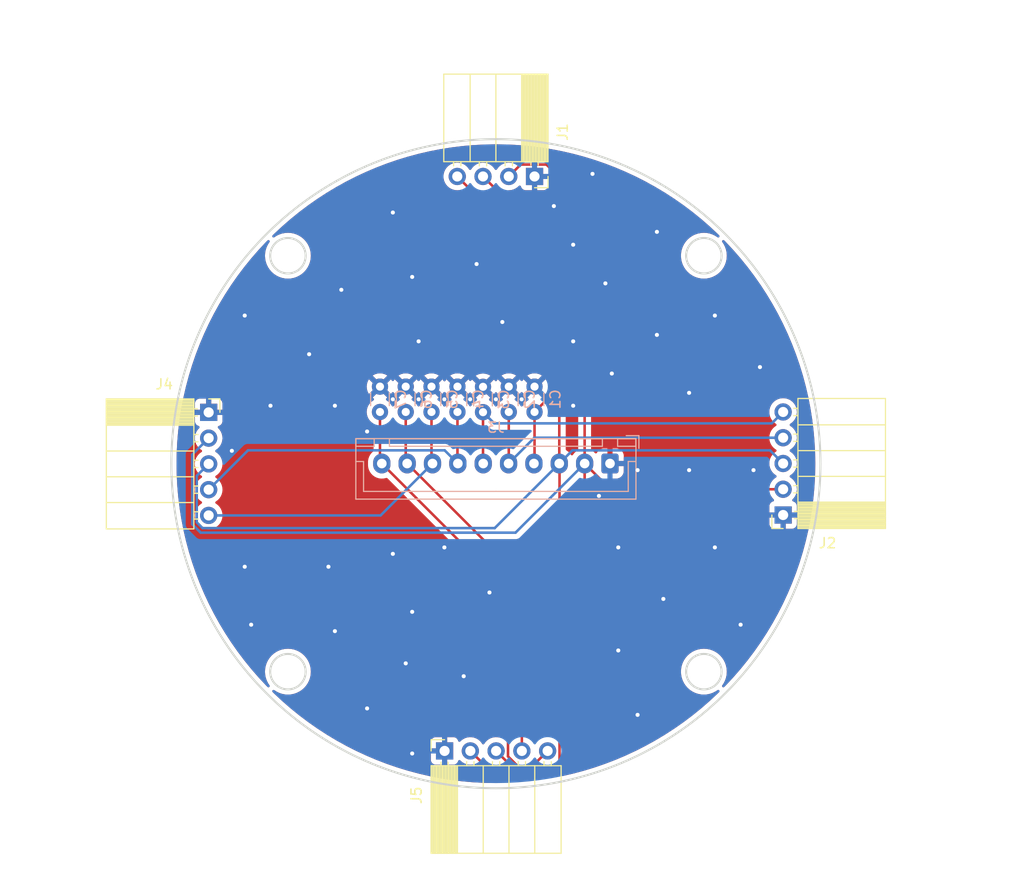
<source format=kicad_pcb>
(kicad_pcb (version 20211014) (generator pcbnew)
  (layers (0 "F.Cu" signal) (31 "B.Cu" signal) (34 "B.Paste" user) (35 "F.Paste" user) (36 "B.SilkS" user "B.Silkscreen") (37 "F.SilkS" user "F.Silkscreen") (38 "B.Mask" user) (39 "F.Mask" user) (44 "Edge.Cuts" user))
  (net 0 "")
  (net 1 "GND")
  (net 2 "+5V")
  (net 3 "可変")
  (net 4 "Line Front")
  (net 5 "Line Right 1")
  (net 6 "Line Right 2")
  (net 7 " Line Left 1")
  (net 8 "Line Left 2")
  (net 9 "Line Back 1")
  (net 10 "Line Back 2")
  (footprint "Connector_PinSocket_2.54mm:PinSocket_1x05_P2.54mm_Horizontal" (layer "F.Cu") (at 117.729 96.54)
    (fp_text reference "J4" (at -4.38 -2.77) (layer "F.SilkS"))
    (fp_text value "Conn_01x05_Female")
    (fp_line (start -10.09 -0.73762) (end -1.46 -0.73762) (layer "F.SilkS") (width 0.12))
    (fp_line (start -1.46 0.36) (end -1.11 0.36) (layer "F.SilkS") (width 0.12))
    (fp_line (start -1.46 5.44) (end -1.05 5.44) (layer "F.SilkS") (width 0.12))
    (fp_line (start -1.46 -1.33) (end -1.46 11.49) (layer "F.SilkS") (width 0.12))
    (fp_line (start -10.09 0.089045) (end -1.46 0.089045) (layer "F.SilkS") (width 0.12))
    (fp_line (start -10.09 1.033805) (end -1.46 1.033805) (layer "F.SilkS") (width 0.12))
    (fp_line (start -10.09 -1.091905) (end -1.46 -1.091905) (layer "F.SilkS") (width 0.12))
    (fp_line (start -10.09 8.89) (end -1.46 8.89) (layer "F.SilkS") (width 0.12))
    (fp_line (start -1.46 7.26) (end -1.05 7.26) (layer "F.SilkS") (width 0.12))
    (fp_line (start -1.46 2.18) (end -1.05 2.18) (layer "F.SilkS") (width 0.12))
    (fp_line (start 0 -1.33) (end 1.11 -1.33) (layer "F.SilkS") (width 0.12))
    (fp_line (start -10.09 -0.855715) (end -1.46 -0.855715) (layer "F.SilkS") (width 0.12))
    (fp_line (start -1.46 9.8) (end -1.05 9.8) (layer "F.SilkS") (width 0.12))
    (fp_line (start -10.09 3.81) (end -1.46 3.81) (layer "F.SilkS") (width 0.12))
    (fp_line (start -1.46 4.72) (end -1.05 4.72) (layer "F.SilkS") (width 0.12))
    (fp_line (start -1.46 7.98) (end -1.05 7.98) (layer "F.SilkS") (width 0.12))
    (fp_line (start -10.09 -1.21) (end -1.46 -1.21) (layer "F.SilkS") (width 0.12))
    (fp_line (start -10.09 0.325235) (end -1.46 0.325235) (layer "F.SilkS") (width 0.12))
    (fp_line (start -10.09 0.797615) (end -1.46 0.797615) (layer "F.SilkS") (width 0.12))
    (fp_line (start -10.09 -0.383335) (end -1.46 -0.383335) (layer "F.SilkS") (width 0.12))
    (fp_line (start -10.09 -1.33) (end -1.46 -1.33) (layer "F.SilkS") (width 0.12))
    (fp_line (start -1.46 10.52) (end -1.05 10.52) (layer "F.SilkS") (width 0.12))
    (fp_line (start -10.09 11.49) (end -1.46 11.49) (layer "F.SilkS") (width 0.12))
    (fp_line (start -10.09 -0.50143) (end -1.46 -0.50143) (layer "F.SilkS") (width 0.12))
    (fp_line (start -1.46 -0.36) (end -1.11 -0.36) (layer "F.SilkS") (width 0.12))
    (fp_line (start -1.46 2.9) (end -1.05 2.9) (layer "F.SilkS") (width 0.12))
    (fp_line (start -10.09 6.35) (end -1.46 6.35) (layer "F.SilkS") (width 0.12))
    (fp_line (start -10.09 1.27) (end -1.46 1.27) (layer "F.SilkS") (width 0.12))
    (fp_line (start -10.09 1.1519) (end -1.46 1.1519) (layer "F.SilkS") (width 0.12))
    (fp_line (start -10.09 -1.33) (end -10.09 11.49) (layer "F.SilkS") (width 0.12))
    (fp_line (start -10.09 0.67952) (end -1.46 0.67952) (layer "F.SilkS") (width 0.12))
    (fp_line (start 1.11 -1.33) (end 1.11 0) (layer "F.SilkS") (width 0.12))
    (fp_line (start -10.09 -0.97381) (end -1.46 -0.97381) (layer "F.SilkS") (width 0.12))
    (fp_line (start -10.09 -0.619525) (end -1.46 -0.619525) (layer "F.SilkS") (width 0.12))
    (fp_line (start -10.09 -0.02905) (end -1.46 -0.02905) (layer "F.SilkS") (width 0.12))
    (fp_line (start -10.09 -0.26524) (end -1.46 -0.26524) (layer "F.SilkS") (width 0.12))
    (fp_line (start -10.09 0.20714) (end -1.46 0.20714) (layer "F.SilkS") (width 0.12))
    (fp_line (start -10.09 0.561425) (end -1.46 0.561425) (layer "F.SilkS") (width 0.12))
    (fp_line (start -10.09 0.91571) (end -1.46 0.91571) (layer "F.SilkS") (width 0.12))
    (fp_line (start -10.09 -0.147145) (end -1.46 -0.147145) (layer "F.SilkS") (width 0.12))
    (fp_line (start -10.09 0.44333) (end -1.46 0.44333) (layer "F.SilkS") (width 0.12))
    (pad "1" thru_hole rect (at 0 0) (size 1.7 1.7) (drill 1) (layers *.Cu *.Mask) (net 1 "GND"))
    (pad "2" thru_hole oval (at 0 2.54) (size 1.7 1.7) (drill 1) (layers *.Cu *.Mask) (net 2 "+5V"))
    (pad "3" thru_hole oval (at 0 5.08) (size 1.7 1.7) (drill 1) (layers *.Cu *.Mask) (net 3 "可変"))
    (pad "4" thru_hole oval (at 0 7.62) (size 1.7 1.7) (drill 1) (layers *.Cu *.Mask) (net 7 " Line Left 1"))
    (pad "5" thru_hole oval (at 0 10.16) (size 1.7 1.7) (drill 1) (layers *.Cu *.Mask) (net 8 "Line Left 2"))
  )
  (footprint "Connector_PinSocket_2.54mm:PinSocket_1x05_P2.54mm_Horizontal" (layer "F.Cu") (at 174.371 106.66 180)
    (fp_text reference "J2" (at -4.38 -2.77) (layer "F.SilkS"))
    (fp_text value "Conn_01x05_Female")
    (fp_line (start -10.09 1.033805) (end -1.46 1.033805) (layer "F.SilkS") (width 0.12))
    (fp_line (start -10.09 0.325235) (end -1.46 0.325235) (layer "F.SilkS") (width 0.12))
    (fp_line (start -1.46 -1.33) (end -1.46 11.49) (layer "F.SilkS") (width 0.12))
    (fp_line (start -1.46 2.9) (end -1.05 2.9) (layer "F.SilkS") (width 0.12))
    (fp_line (start -1.46 7.98) (end -1.05 7.98) (layer "F.SilkS") (width 0.12))
    (fp_line (start -10.09 -0.50143) (end -1.46 -0.50143) (layer "F.SilkS") (width 0.12))
    (fp_line (start -10.09 0.561425) (end -1.46 0.561425) (layer "F.SilkS") (width 0.12))
    (fp_line (start -1.46 2.18) (end -1.05 2.18) (layer "F.SilkS") (width 0.12))
    (fp_line (start -10.09 -0.26524) (end -1.46 -0.26524) (layer "F.SilkS") (width 0.12))
    (fp_line (start -1.46 10.52) (end -1.05 10.52) (layer "F.SilkS") (width 0.12))
    (fp_line (start -1.46 9.8) (end -1.05 9.8) (layer "F.SilkS") (width 0.12))
    (fp_line (start 0 -1.33) (end 1.11 -1.33) (layer "F.SilkS") (width 0.12))
    (fp_line (start -10.09 -1.33) (end -10.09 11.49) (layer "F.SilkS") (width 0.12))
    (fp_line (start -10.09 -0.147145) (end -1.46 -0.147145) (layer "F.SilkS") (width 0.12))
    (fp_line (start -10.09 1.27) (end -1.46 1.27) (layer "F.SilkS") (width 0.12))
    (fp_line (start -10.09 -0.73762) (end -1.46 -0.73762) (layer "F.SilkS") (width 0.12))
    (fp_line (start -10.09 0.44333) (end -1.46 0.44333) (layer "F.SilkS") (width 0.12))
    (fp_line (start -10.09 6.35) (end -1.46 6.35) (layer "F.SilkS") (width 0.12))
    (fp_line (start -1.46 0.36) (end -1.11 0.36) (layer "F.SilkS") (width 0.12))
    (fp_line (start -10.09 8.89) (end -1.46 8.89) (layer "F.SilkS") (width 0.12))
    (fp_line (start -1.46 7.26) (end -1.05 7.26) (layer "F.SilkS") (width 0.12))
    (fp_line (start -10.09 11.49) (end -1.46 11.49) (layer "F.SilkS") (width 0.12))
    (fp_line (start -10.09 -0.383335) (end -1.46 -0.383335) (layer "F.SilkS") (width 0.12))
    (fp_line (start -10.09 -0.02905) (end -1.46 -0.02905) (layer "F.SilkS") (width 0.12))
    (fp_line (start -10.09 -1.091905) (end -1.46 -1.091905) (layer "F.SilkS") (width 0.12))
    (fp_line (start -10.09 -1.33) (end -1.46 -1.33) (layer "F.SilkS") (width 0.12))
    (fp_line (start -1.46 5.44) (end -1.05 5.44) (layer "F.SilkS") (width 0.12))
    (fp_line (start 1.11 -1.33) (end 1.11 0) (layer "F.SilkS") (width 0.12))
    (fp_line (start -10.09 0.91571) (end -1.46 0.91571) (layer "F.SilkS") (width 0.12))
    (fp_line (start -10.09 -0.97381) (end -1.46 -0.97381) (layer "F.SilkS") (width 0.12))
    (fp_line (start -10.09 0.67952) (end -1.46 0.67952) (layer "F.SilkS") (width 0.12))
    (fp_line (start -1.46 -0.36) (end -1.11 -0.36) (layer "F.SilkS") (width 0.12))
    (fp_line (start -10.09 3.81) (end -1.46 3.81) (layer "F.SilkS") (width 0.12))
    (fp_line (start -10.09 1.1519) (end -1.46 1.1519) (layer "F.SilkS") (width 0.12))
    (fp_line (start -10.09 0.20714) (end -1.46 0.20714) (layer "F.SilkS") (width 0.12))
    (fp_line (start -10.09 -0.855715) (end -1.46 -0.855715) (layer "F.SilkS") (width 0.12))
    (fp_line (start -1.46 4.72) (end -1.05 4.72) (layer "F.SilkS") (width 0.12))
    (fp_line (start -10.09 -0.619525) (end -1.46 -0.619525) (layer "F.SilkS") (width 0.12))
    (fp_line (start -10.09 0.797615) (end -1.46 0.797615) (layer "F.SilkS") (width 0.12))
    (fp_line (start -10.09 0.089045) (end -1.46 0.089045) (layer "F.SilkS") (width 0.12))
    (fp_line (start -10.09 -1.21) (end -1.46 -1.21) (layer "F.SilkS") (width 0.12))
    (pad "1" thru_hole rect (at 0 0 180) (size 1.7 1.7) (drill 1) (layers *.Cu *.Mask) (net 1 "GND"))
    (pad "2" thru_hole oval (at 0 2.54 180) (size 1.7 1.7) (drill 1) (layers *.Cu *.Mask) (net 2 "+5V"))
    (pad "3" thru_hole oval (at 0 5.08 180) (size 1.7 1.7) (drill 1) (layers *.Cu *.Mask) (net 3 "可変"))
    (pad "4" thru_hole oval (at 0 7.62 180) (size 1.7 1.7) (drill 1) (layers *.Cu *.Mask) (net 5 "Line Right 1"))
    (pad "5" thru_hole oval (at 0 10.16 180) (size 1.7 1.7) (drill 1) (layers *.Cu *.Mask) (net 6 "Line Right 2"))
  )
  (footprint "Connector_PinSocket_2.54mm:PinSocket_1x04_P2.54mm_Horizontal" (layer "F.Cu") (at 149.86 73.279 -90)
    (fp_text reference "J1" (at -4.38 -2.77 90) (layer "F.SilkS"))
    (fp_text value "Conn_01x04_Female")
    (fp_line (start -10.09 -0.855715) (end -1.46 -0.855715) (layer "F.SilkS") (width 0.12))
    (fp_line (start 0 -1.33) (end 1.11 -1.33) (layer "F.SilkS") (width 0.12))
    (fp_line (start -10.09 0.797615) (end -1.46 0.797615) (layer "F.SilkS") (width 0.12))
    (fp_line (start -10.09 0.20714) (end -1.46 0.20714) (layer "F.SilkS") (width 0.12))
    (fp_line (start -1.46 2.18) (end -1.05 2.18) (layer "F.SilkS") (width 0.12))
    (fp_line (start -10.09 6.35) (end -1.46 6.35) (layer "F.SilkS") (width 0.12))
    (fp_line (start -10.09 0.561425) (end -1.46 0.561425) (layer "F.SilkS") (width 0.12))
    (fp_line (start -10.09 -0.383335) (end -1.46 -0.383335) (layer "F.SilkS") (width 0.12))
    (fp_line (start -1.46 5.44) (end -1.05 5.44) (layer "F.SilkS") (width 0.12))
    (fp_line (start -1.46 2.9) (end -1.05 2.9) (layer "F.SilkS") (width 0.12))
    (fp_line (start -10.09 -0.147145) (end -1.46 -0.147145) (layer "F.SilkS") (width 0.12))
    (fp_line (start -1.46 -1.33) (end -1.46 8.95) (layer "F.SilkS") (width 0.12))
    (fp_line (start -1.46 7.98) (end -1.05 7.98) (layer "F.SilkS") (width 0.12))
    (fp_line (start -10.09 -0.619525) (end -1.46 -0.619525) (layer "F.SilkS") (width 0.12))
    (fp_line (start -10.09 0.67952) (end -1.46 0.67952) (layer "F.SilkS") (width 0.12))
    (fp_line (start -10.09 0.089045) (end -1.46 0.089045) (layer "F.SilkS") (width 0.12))
    (fp_line (start -10.09 8.95) (end -1.46 8.95) (layer "F.SilkS") (width 0.12))
    (fp_line (start -1.46 -0.36) (end -1.11 -0.36) (layer "F.SilkS") (width 0.12))
    (fp_line (start -10.09 -1.33) (end -1.46 -1.33) (layer "F.SilkS") (width 0.12))
    (fp_line (start -10.09 -1.21) (end -1.46 -1.21) (layer "F.SilkS") (width 0.12))
    (fp_line (start -10.09 -1.091905) (end -1.46 -1.091905) (layer "F.SilkS") (width 0.12))
    (fp_line (start -10.09 -0.26524) (end -1.46 -0.26524) (layer "F.SilkS") (width 0.12))
    (fp_line (start -10.09 0.44333) (end -1.46 0.44333) (layer "F.SilkS") (width 0.12))
    (fp_line (start -1.46 0.36) (end -1.11 0.36) (layer "F.SilkS") (width 0.12))
    (fp_line (start -10.09 0.325235) (end -1.46 0.325235) (layer "F.SilkS") (width 0.12))
    (fp_line (start -10.09 -0.97381) (end -1.46 -0.97381) (layer "F.SilkS") (width 0.12))
    (fp_line (start -1.46 4.72) (end -1.05 4.72) (layer "F.SilkS") (width 0.12))
    (fp_line (start -10.09 1.033805) (end -1.46 1.033805) (layer "F.SilkS") (width 0.12))
    (fp_line (start -10.09 -0.02905) (end -1.46 -0.02905) (layer "F.SilkS") (width 0.12))
    (fp_line (start -10.09 1.1519) (end -1.46 1.1519) (layer "F.SilkS") (width 0.12))
    (fp_line (start -10.09 -0.73762) (end -1.46 -0.73762) (layer "F.SilkS") (width 0.12))
    (fp_line (start -10.09 1.27) (end -1.46 1.27) (layer "F.SilkS") (width 0.12))
    (fp_line (start -1.46 7.26) (end -1.05 7.26) (layer "F.SilkS") (width 0.12))
    (fp_line (start 1.11 -1.33) (end 1.11 0) (layer "F.SilkS") (width 0.12))
    (fp_line (start -10.09 -0.50143) (end -1.46 -0.50143) (layer "F.SilkS") (width 0.12))
    (fp_line (start -10.09 -1.33) (end -10.09 8.95) (layer "F.SilkS") (width 0.12))
    (fp_line (start -10.09 0.91571) (end -1.46 0.91571) (layer "F.SilkS") (width 0.12))
    (fp_line (start -10.09 3.81) (end -1.46 3.81) (layer "F.SilkS") (width 0.12))
    (pad "1" thru_hole rect (at 0 0 270) (size 1.7 1.7) (drill 1) (layers *.Cu *.Mask) (net 1 "GND"))
    (pad "2" thru_hole oval (at 0 2.54 270) (size 1.7 1.7) (drill 1) (layers *.Cu *.Mask) (net 2 "+5V"))
    (pad "3" thru_hole oval (at 0 5.08 270) (size 1.7 1.7) (drill 1) (layers *.Cu *.Mask) (net 3 "可変"))
    (pad "4" thru_hole oval (at 0 7.62 270) (size 1.7 1.7) (drill 1) (layers *.Cu *.Mask) (net 4 "Line Front"))
  )
  (footprint "Connector_PinSocket_2.54mm:PinSocket_1x05_P2.54mm_Horizontal" (layer "F.Cu") (at 140.99 129.921 90)
    (fp_text reference "J5" (at -4.38 -2.77 90) (layer "F.SilkS"))
    (fp_text value "Conn_01x05_Female")
    (fp_line (start -10.09 0.797615) (end -1.46 0.797615) (layer "F.SilkS") (width 0.12))
    (fp_line (start -10.09 -0.619525) (end -1.46 -0.619525) (layer "F.SilkS") (width 0.12))
    (fp_line (start -10.09 0.67952) (end -1.46 0.67952) (layer "F.SilkS") (width 0.12))
    (fp_line (start -10.09 -0.26524) (end -1.46 -0.26524) (layer "F.SilkS") (width 0.12))
    (fp_line (start -1.46 7.98) (end -1.05 7.98) (layer "F.SilkS") (width 0.12))
    (fp_line (start -10.09 -0.383335) (end -1.46 -0.383335) (layer "F.SilkS") (width 0.12))
    (fp_line (start -10.09 -1.21) (end -1.46 -1.21) (layer "F.SilkS") (width 0.12))
    (fp_line (start -1.46 5.44) (end -1.05 5.44) (layer "F.SilkS") (width 0.12))
    (fp_line (start -10.09 8.89) (end -1.46 8.89) (layer "F.SilkS") (width 0.12))
    (fp_line (start -10.09 11.49) (end -1.46 11.49) (layer "F.SilkS") (width 0.12))
    (fp_line (start -10.09 -0.73762) (end -1.46 -0.73762) (layer "F.SilkS") (width 0.12))
    (fp_line (start -10.09 0.561425) (end -1.46 0.561425) (layer "F.SilkS") (width 0.12))
    (fp_line (start -10.09 -0.97381) (end -1.46 -0.97381) (layer "F.SilkS") (width 0.12))
    (fp_line (start -1.46 2.18) (end -1.05 2.18) (layer "F.SilkS") (width 0.12))
    (fp_line (start -10.09 0.089045) (end -1.46 0.089045) (layer "F.SilkS") (width 0.12))
    (fp_line (start 1.11 -1.33) (end 1.11 0) (layer "F.SilkS") (width 0.12))
    (fp_line (start -10.09 6.35) (end -1.46 6.35) (layer "F.SilkS") (width 0.12))
    (fp_line (start -10.09 -0.50143) (end -1.46 -0.50143) (layer "F.SilkS") (width 0.12))
    (fp_line (start -1.46 -0.36) (end -1.11 -0.36) (layer "F.SilkS") (width 0.12))
    (fp_line (start -1.46 9.8) (end -1.05 9.8) (layer "F.SilkS") (width 0.12))
    (fp_line (start 0 -1.33) (end 1.11 -1.33) (layer "F.SilkS") (width 0.12))
    (fp_line (start -10.09 -0.02905) (end -1.46 -0.02905) (layer "F.SilkS") (width 0.12))
    (fp_line (start -10.09 -0.855715) (end -1.46 -0.855715) (layer "F.SilkS") (width 0.12))
    (fp_line (start -10.09 1.1519) (end -1.46 1.1519) (layer "F.SilkS") (width 0.12))
    (fp_line (start -10.09 3.81) (end -1.46 3.81) (layer "F.SilkS") (width 0.12))
    (fp_line (start -1.46 -1.33) (end -1.46 11.49) (layer "F.SilkS") (width 0.12))
    (fp_line (start -10.09 1.033805) (end -1.46 1.033805) (layer "F.SilkS") (width 0.12))
    (fp_line (start -10.09 -1.091905) (end -1.46 -1.091905) (layer "F.SilkS") (width 0.12))
    (fp_line (start -10.09 1.27) (end -1.46 1.27) (layer "F.SilkS") (width 0.12))
    (fp_line (start -1.46 0.36) (end -1.11 0.36) (layer "F.SilkS") (width 0.12))
    (fp_line (start -10.09 0.44333) (end -1.46 0.44333) (layer "F.SilkS") (width 0.12))
    (fp_line (start -10.09 0.20714) (end -1.46 0.20714) (layer "F.SilkS") (width 0.12))
    (fp_line (start -1.46 10.52) (end -1.05 10.52) (layer "F.SilkS") (width 0.12))
    (fp_line (start -10.09 -1.33) (end -1.46 -1.33) (layer "F.SilkS") (width 0.12))
    (fp_line (start -10.09 -0.147145) (end -1.46 -0.147145) (layer "F.SilkS") (width 0.12))
    (fp_line (start -1.46 7.26) (end -1.05 7.26) (layer "F.SilkS") (width 0.12))
    (fp_line (start -1.46 4.72) (end -1.05 4.72) (layer "F.SilkS") (width 0.12))
    (fp_line (start -10.09 0.91571) (end -1.46 0.91571) (layer "F.SilkS") (width 0.12))
    (fp_line (start -10.09 0.325235) (end -1.46 0.325235) (layer "F.SilkS") (width 0.12))
    (fp_line (start -1.46 2.9) (end -1.05 2.9) (layer "F.SilkS") (width 0.12))
    (fp_line (start -10.09 -1.33) (end -10.09 11.49) (layer "F.SilkS") (width 0.12))
    (pad "1" thru_hole rect (at 0 0 90) (size 1.7 1.7) (drill 1) (layers *.Cu *.Mask) (net 1 "GND"))
    (pad "2" thru_hole oval (at 0 2.54 90) (size 1.7 1.7) (drill 1) (layers *.Cu *.Mask) (net 2 "+5V"))
    (pad "3" thru_hole oval (at 0 5.08 90) (size 1.7 1.7) (drill 1) (layers *.Cu *.Mask) (net 3 "可変"))
    (pad "4" thru_hole oval (at 0 7.62 90) (size 1.7 1.7) (drill 1) (layers *.Cu *.Mask) (net 9 "Line Back 1"))
    (pad "5" thru_hole oval (at 0 10.16 90) (size 1.7 1.7) (drill 1) (layers *.Cu *.Mask) (net 10 "Line Back 2"))
  )
  (footprint "Connector_JST:JST_XH_B10B-XH-A_1x10_P2.50mm_Vertical" (layer "B.Cu") (at 157.3 101.583 180)
    (fp_text reference "J3" (at 11.25 3.55) (layer "B.SilkS") (effects (justify mirror)))
    (fp_text value "Conn_01x10_Female")
    (fp_line (start 0.75 2.45) (end 0.75 1.7) (layer "B.SilkS") (width 0.12))
    (fp_line (start -2.55 2.45) (end -2.55 1.7) (layer "B.SilkS") (width 0.12))
    (fp_line (start 25.06 2.46) (end -2.56 2.46) (layer "B.SilkS") (width 0.12))
    (fp_line (start -0.75 1.7) (end -0.75 2.45) (layer "B.SilkS") (width 0.12))
    (fp_line (start -2.85 2.75) (end -2.85 1.5) (layer "B.SilkS") (width 0.12))
    (fp_line (start 23.25 1.7) (end 25.05 1.7) (layer "B.SilkS") (width 0.12))
    (fp_line (start -2.56 2.46) (end -2.56 -3.51) (layer "B.SilkS") (width 0.12))
    (fp_line (start -1.8 -2.75) (end 11.25 -2.75) (layer "B.SilkS") (width 0.12))
    (fp_line (start -1.6 2.75) (end -2.85 2.75) (layer "B.SilkS") (width 0.12))
    (fp_line (start -0.75 2.45) (end -2.55 2.45) (layer "B.SilkS") (width 0.12))
    (fp_line (start 25.05 1.7) (end 25.05 2.45) (layer "B.SilkS") (width 0.12))
    (fp_line (start 24.3 -2.75) (end 11.25 -2.75) (layer "B.SilkS") (width 0.12))
    (fp_line (start -2.55 0.2) (end -1.8 0.2) (layer "B.SilkS") (width 0.12))
    (fp_line (start 25.06 -3.51) (end 25.06 2.46) (layer "B.SilkS") (width 0.12))
    (fp_line (start 24.3 0.2) (end 24.3 -2.75) (layer "B.SilkS") (width 0.12))
    (fp_line (start 0.75 1.7) (end 21.75 1.7) (layer "B.SilkS") (width 0.12))
    (fp_line (start -2.55 1.7) (end -0.75 1.7) (layer "B.SilkS") (width 0.12))
    (fp_line (start 25.05 2.45) (end 23.25 2.45) (layer "B.SilkS") (width 0.12))
    (fp_line (start 23.25 2.45) (end 23.25 1.7) (layer "B.SilkS") (width 0.12))
    (fp_line (start -1.8 0.2) (end -1.8 -2.75) (layer "B.SilkS") (width 0.12))
    (fp_line (start -2.56 -3.51) (end 25.06 -3.51) (layer "B.SilkS") (width 0.12))
    (fp_line (start 21.75 1.7) (end 21.75 2.45) (layer "B.SilkS") (width 0.12))
    (fp_line (start 21.75 2.45) (end 0.75 2.45) (layer "B.SilkS") (width 0.12))
    (fp_line (start 25.05 0.2) (end 24.3 0.2) (layer "B.SilkS") (width 0.12))
    (pad "1" thru_hole roundrect (at 0 0 180) (size 1.7 1.95) (drill 0.95) (layers *.Cu *.Mask) (roundrect_rratio 0.1470588235) (net 1 "GND"))
    (pad "2" thru_hole oval (at 2.5 0 180) (size 1.7 1.95) (drill 0.95) (layers *.Cu *.Mask) (net 2 "+5V"))
    (pad "3" thru_hole oval (at 5 0 180) (size 1.7 1.95) (drill 0.95) (layers *.Cu *.Mask) (net 3 "可変"))
    (pad "4" thru_hole oval (at 7.5 0 180) (size 1.7 1.95) (drill 0.95) (layers *.Cu *.Mask) (net 4 "Line Front"))
    (pad "5" thru_hole oval (at 10 0 180) (size 1.7 1.95) (drill 0.95) (layers *.Cu *.Mask) (net 5 "Line Right 1"))
    (pad "6" thru_hole oval (at 12.5 0 180) (size 1.7 1.95) (drill 0.95) (layers *.Cu *.Mask) (net 6 "Line Right 2"))
    (pad "7" thru_hole oval (at 15 0 180) (size 1.7 1.95) (drill 0.95) (layers *.Cu *.Mask) (net 7 " Line Left 1"))
    (pad "8" thru_hole oval (at 17.5 0 180) (size 1.7 1.95) (drill 0.95) (layers *.Cu *.Mask) (net 8 "Line Left 2"))
    (pad "9" thru_hole oval (at 20 0 180) (size 1.7 1.95) (drill 0.95) (layers *.Cu *.Mask) (net 9 "Line Back 1"))
    (pad "10" thru_hole oval (at 22.5 0 180) (size 1.7 1.95) (drill 0.95) (layers *.Cu *.Mask) (net 10 "Line Back 2"))
  )
  (footprint "Capacitor_THT:C_Disc_D3.0mm_W1.6mm_P2.50mm" (layer "B.Cu") (at 137.16 96.5 90)
    (fp_text reference "C6" (at 1.25 2.05 90) (layer "B.SilkS") (effects (justify mirror)))
    (fp_text value "C_Small")
    (fp_line (start 0.621 -0.92) (end 1.879 -0.92) (layer "B.SilkS") (width 0.12))
    (fp_line (start 0.621 0.92) (end 1.879 0.92) (layer "B.SilkS") (width 0.12))
    (pad "1" thru_hole circle (at 0 0 90) (size 1.6 1.6) (drill 0.8) (layers *.Cu *.Mask) (net 9 "Line Back 1"))
    (pad "2" thru_hole circle (at 2.5 0 90) (size 1.6 1.6) (drill 0.8) (layers *.Cu *.Mask) (net 1 "GND"))
  )
  (footprint "Capacitor_THT:C_Disc_D3.0mm_W1.6mm_P2.50mm" (layer "B.Cu") (at 144.78 96.52 90)
    (fp_text reference "C3" (at 1.25 2.05 90) (layer "B.SilkS") (effects (justify mirror)))
    (fp_text value "C_Small")
    (fp_line (start 0.621 -0.92) (end 1.879 -0.92) (layer "B.SilkS") (width 0.12))
    (fp_line (start 0.621 0.92) (end 1.879 0.92) (layer "B.SilkS") (width 0.12))
    (pad "1" thru_hole circle (at 0 0 90) (size 1.6 1.6) (drill 0.8) (layers *.Cu *.Mask) (net 6 "Line Right 2"))
    (pad "2" thru_hole circle (at 2.5 0 90) (size 1.6 1.6) (drill 0.8) (layers *.Cu *.Mask) (net 1 "GND"))
  )
  (footprint "Capacitor_THT:C_Disc_D3.0mm_W1.6mm_P2.50mm" (layer "B.Cu") (at 147.32 96.5 90)
    (fp_text reference "C2" (at 1.25 2.05 90) (layer "B.SilkS") (effects (justify mirror)))
    (fp_text value "C_Small")
    (fp_line (start 0.621 -0.92) (end 1.879 -0.92) (layer "B.SilkS") (width 0.12))
    (fp_line (start 0.621 0.92) (end 1.879 0.92) (layer "B.SilkS") (width 0.12))
    (pad "1" thru_hole circle (at 0 0 90) (size 1.6 1.6) (drill 0.8) (layers *.Cu *.Mask) (net 5 "Line Right 1"))
    (pad "2" thru_hole circle (at 2.5 0 90) (size 1.6 1.6) (drill 0.8) (layers *.Cu *.Mask) (net 1 "GND"))
  )
  (footprint "Capacitor_THT:C_Disc_D3.0mm_W1.6mm_P2.50mm" (layer "B.Cu") (at 134.62 96.5 90)
    (fp_text reference "C7" (at 1.25 2.05 90) (layer "B.SilkS") (effects (justify mirror)))
    (fp_text value "C_Small")
    (fp_line (start 0.621 0.92) (end 1.879 0.92) (layer "B.SilkS") (width 0.12))
    (fp_line (start 0.621 -0.92) (end 1.879 -0.92) (layer "B.SilkS") (width 0.12))
    (pad "1" thru_hole circle (at 0 0 90) (size 1.6 1.6) (drill 0.8) (layers *.Cu *.Mask) (net 10 "Line Back 2"))
    (pad "2" thru_hole circle (at 2.5 0 90) (size 1.6 1.6) (drill 0.8) (layers *.Cu *.Mask) (net 1 "GND"))
  )
  (footprint "Capacitor_THT:C_Disc_D3.0mm_W1.6mm_P2.50mm" (layer "B.Cu") (at 142.26 96.5 90)
    (fp_text reference "C4" (at 1.25 2.05 90) (layer "B.SilkS") (effects (justify mirror)))
    (fp_text value "C_Small")
    (fp_line (start 0.621 -0.92) (end 1.879 -0.92) (layer "B.SilkS") (width 0.12))
    (fp_line (start 0.621 0.92) (end 1.879 0.92) (layer "B.SilkS") (width 0.12))
    (pad "1" thru_hole circle (at 0 0 90) (size 1.6 1.6) (drill 0.8) (layers *.Cu *.Mask) (net 7 " Line Left 1"))
    (pad "2" thru_hole circle (at 2.5 0 90) (size 1.6 1.6) (drill 0.8) (layers *.Cu *.Mask) (net 1 "GND"))
  )
  (footprint "Capacitor_THT:C_Disc_D3.0mm_W1.6mm_P2.50mm" (layer "B.Cu") (at 139.7 96.5 90)
    (fp_text reference "C5" (at 1.25 2.05 90) (layer "B.SilkS") (effects (justify mirror)))
    (fp_text value "C_Small")
    (fp_line (start 0.621 -0.92) (end 1.879 -0.92) (layer "B.SilkS") (width 0.12))
    (fp_line (start 0.621 0.92) (end 1.879 0.92) (layer "B.SilkS") (width 0.12))
    (pad "1" thru_hole circle (at 0 0 90) (size 1.6 1.6) (drill 0.8) (layers *.Cu *.Mask) (net 8 "Line Left 2"))
    (pad "2" thru_hole circle (at 2.5 0 90) (size 1.6 1.6) (drill 0.8) (layers *.Cu *.Mask) (net 1 "GND"))
  )
  (footprint "Capacitor_THT:C_Disc_D3.0mm_W1.6mm_P2.50mm" (layer "B.Cu") (at 149.86 96.5 90)
    (fp_text reference "C1" (at 1.25 2.05 90) (layer "B.SilkS") (effects (justify mirror)))
    (fp_text value "C_Small")
    (fp_line (start 0.621 -0.92) (end 1.879 -0.92) (layer "B.SilkS") (width 0.12))
    (fp_line (start 0.621 0.92) (end 1.879 0.92) (layer "B.SilkS") (width 0.12))
    (pad "1" thru_hole circle (at 0 0 90) (size 1.6 1.6) (drill 0.8) (layers *.Cu *.Mask) (net 4 "Line Front"))
    (pad "2" thru_hole circle (at 2.5 0 90) (size 1.6 1.6) (drill 0.8) (layers *.Cu *.Mask) (net 1 "GND"))
  )
  (gr_circle (center 166.556097 122.106097) (end 168.306097 122.106097) (layer "Edge.Cuts") (width 0.2) (fill none))
  (gr_circle (center 166.556097 81.093903) (end 168.306097 81.093903) (layer "Edge.Cuts") (width 0.2) (fill none))
  (gr_circle (center 146.05 101.6) (end 178.05 101.6) (layer "Edge.Cuts") (width 0.2) (fill none))
  (gr_circle (center 125.543903 122.106097) (end 127.293903 122.106097) (layer "Edge.Cuts") (width 0.2) (fill none))
  (gr_circle (center 125.543903 81.093903) (end 127.293903 81.093903) (layer "Edge.Cuts") (width 0.2) (fill none))
  (via (at 135.89 95.25) (size 0.8) (drill 0.4) (layers "F.Cu" "B.Cu") (net 1))
  (via (at 156.21 104.775) (size 0.8) (drill 0.4) (layers "F.Cu" "B.Cu") (net 1))
  (via (at 165.1 102.235) (size 0.8) (drill 0.4) (layers "F.Cu" "B.Cu") (net 1))
  (via (at 143.51 95.25) (size 0.8) (drill 0.4) (layers "F.Cu" "B.Cu") (net 1))
  (via (at 135.89 76.835) (size 0.8) (drill 0.4) (layers "F.Cu" "B.Cu") (net 1))
  (via (at 146.685 87.63) (size 0.8) (drill 0.4) (layers "F.Cu" "B.Cu") (net 1))
  (via (at 130.175 118.11) (size 0.8) (drill 0.4) (layers "F.Cu" "B.Cu") (net 1))
  (via (at 140.97 109.855) (size 0.8) (drill 0.4) (layers "F.Cu" "B.Cu") (net 1))
  (via (at 121.285 86.995) (size 0.8) (drill 0.4) (layers "F.Cu" "B.Cu") (net 1))
  (via (at 162.56 114.935) (size 0.8) (drill 0.4) (layers "F.Cu" "B.Cu") (net 1))
  (via (at 148.59 95.25) (size 0.8) (drill 0.4) (layers "F.Cu" "B.Cu") (net 1))
  (via (at 161.925 88.9) (size 0.8) (drill 0.4) (layers "F.Cu" "B.Cu") (net 1))
  (via (at 161.925 78.74) (size 0.8) (drill 0.4) (layers "F.Cu" "B.Cu") (net 1))
  (via (at 171.45 102.235) (size 0.8) (drill 0.4) (layers "F.Cu" "B.Cu") (net 1))
  (via (at 138.43 95.25) (size 0.8) (drill 0.4) (layers "F.Cu" "B.Cu") (net 1))
  (via (at 140.97 95.25) (size 0.8) (drill 0.4) (layers "F.Cu" "B.Cu") (net 1))
  (via (at 172.085 92.075) (size 0.8) (drill 0.4) (layers "F.Cu" "B.Cu") (net 1))
  (via (at 130.81 84.455) (size 0.8) (drill 0.4) (layers "F.Cu" "B.Cu") (net 1))
  (via (at 153.67 89.535) (size 0.8) (drill 0.4) (layers "F.Cu" "B.Cu") (net 1))
  (via (at 133.35 125.73) (size 0.8) (drill 0.4) (layers "F.Cu" "B.Cu") (net 1))
  (via (at 146.05 95.25) (size 0.8) (drill 0.4) (layers "F.Cu" "B.Cu") (net 1))
  (via (at 156.845 83.82) (size 0.8) (drill 0.4) (layers "F.Cu" "B.Cu") (net 1))
  (via (at 153.67 95.885) (size 0.8) (drill 0.4) (layers "F.Cu" "B.Cu") (net 1))
  (via (at 151.765 76.2) (size 0.8) (drill 0.4) (layers "F.Cu" "B.Cu") (net 1))
  (via (at 167.64 109.855) (size 0.8) (drill 0.4) (layers "F.Cu" "B.Cu") (net 1))
  (via (at 155.575 73.025) (size 0.8) (drill 0.4) (layers "F.Cu" "B.Cu") (net 1))
  (via (at 167.64 86.995) (size 0.8) (drill 0.4) (layers "F.Cu" "B.Cu") (net 1))
  (via (at 137.795 116.205) (size 0.8) (drill 0.4) (layers "F.Cu" "B.Cu") (net 1))
  (via (at 121.285 111.76) (size 0.8) (drill 0.4) (layers "F.Cu" "B.Cu") (net 1))
  (via (at 137.16 121.285) (size 0.8) (drill 0.4) (layers "F.Cu" "B.Cu") (net 1))
  (via (at 165.1 94.615) (size 0.8) (drill 0.4) (layers "F.Cu" "B.Cu") (net 1))
  (via (at 123.825 95.885) (size 0.8) (drill 0.4) (layers "F.Cu" "B.Cu") (net 1))
  (via (at 145.415 114.3) (size 0.8) (drill 0.4) (layers "F.Cu" "B.Cu") (net 1))
  (via (at 121.92 117.475) (size 0.8) (drill 0.4) (layers "F.Cu" "B.Cu") (net 1))
  (via (at 158.115 120.015) (size 0.8) (drill 0.4) (layers "F.Cu" "B.Cu") (net 1))
  (via (at 129.54 111.76) (size 0.8) (drill 0.4) (layers "F.Cu" "B.Cu") (net 1))
  (via (at 138.43 89.535) (size 0.8) (drill 0.4) (layers "F.Cu" "B.Cu") (net 1))
  (via (at 127.635 90.805) (size 0.8) (drill 0.4) (layers "F.Cu" "B.Cu") (net 1))
  (via (at 137.795 83.185) (size 0.8) (drill 0.4) (layers "F.Cu" "B.Cu") (net 1))
  (via (at 142.875 122.555) (size 0.8) (drill 0.4) (layers "F.Cu" "B.Cu") (net 1))
  (via (at 133.35 98.425) (size 0.8) (drill 0.4) (layers "F.Cu" "B.Cu") (net 1))
  (via (at 170.18 117.475) (size 0.8) (drill 0.4) (layers "F.Cu" "B.Cu") (net 1))
  (via (at 120.015 100.33) (size 0.8) (drill 0.4) (layers "F.Cu" "B.Cu") (net 1))
  (via (at 158.115 109.855) (size 0.8) (drill 0.4) (layers "F.Cu" "B.Cu") (net 1))
  (via (at 144.145 81.915) (size 0.8) (drill 0.4) (layers "F.Cu" "B.Cu") (net 1))
  (via (at 137.795 130.175) (size 0.8) (drill 0.4) (layers "F.Cu" "B.Cu") (net 1))
  (via (at 130.175 95.885) (size 0.8) (drill 0.4) (layers "F.Cu" "B.Cu") (net 1))
  (via (at 153.67 80.01) (size 0.8) (drill 0.4) (layers "F.Cu" "B.Cu") (net 1))
  (via (at 135.89 110.49) (size 0.8) (drill 0.4) (layers "F.Cu" "B.Cu") (net 1))
  (via (at 157.48 92.71) (size 0.8) (drill 0.4) (layers "F.Cu" "B.Cu") (net 1))
  (via (at 160.02 102.235) (size 0.8) (drill 0.4) (layers "F.Cu" "B.Cu") (net 1))
  (via (at 160.02 126.365) (size 0.8) (drill 0.4) (layers "F.Cu" "B.Cu") (net 1))
  (segment (start 151.034511 72.104489) (end 148.494511 72.104489) (width 0.25) (layer "F.Cu") (net 2))
  (segment (start 154.8 129.045718) (end 154.8 101.583) (width 0.25) (layer "F.Cu") (net 2))
  (segment (start 157.337 104.12) (end 174.371 104.12) (width 0.25) (layer "F.Cu") (net 2))
  (segment (start 154.8 101.583) (end 157.337 104.12) (width 0.25) (layer "F.Cu") (net 2))
  (segment (start 145.95304 132.34404) (end 151.501678 132.34404) (width 0.25) (layer "F.Cu") (net 2))
  (segment (start 154.8 101.583) (end 154.8 75.869978) (width 0.25) (layer "F.Cu") (net 2))
  (segment (start 154.8 75.869978) (end 151.034511 72.104489) (width 0.25) (layer "F.Cu") (net 2))
  (segment (start 151.501678 132.34404) (end 154.8 129.045718) (width 0.25) (layer "F.Cu") (net 2))
  (segment (start 143.53 129.921) (end 145.95304 132.34404) (width 0.25) (layer "F.Cu") (net 2))
  (segment (start 148.494511 72.104489) (end 147.32 73.279) (width 0.25) (layer "F.Cu") (net 2))
  (segment (start 154.8 101.583) (end 147.98348 108.39952) (width 0.25) (layer "B.Cu") (net 2))
  (segment (start 147.98348 108.39952) (end 116.939314 108.39952) (width 0.25) (layer "B.Cu") (net 2))
  (segment (start 116.939314 108.39952) (end 116.104969 107.565175) (width 0.25) (layer "B.Cu") (net 2))
  (segment (start 116.104969 107.565175) (end 116.104969 100.704031) (width 0.25) (layer "B.Cu") (net 2))
  (segment (start 116.104969 100.704031) (end 117.729 99.08) (width 0.25) (layer "B.Cu") (net 2))
  (segment (start 151.31548 131.89452) (end 152.324511 130.885489) (width 0.25) (layer "F.Cu") (net 3))
  (segment (start 152.3 80.799) (end 144.78 73.279) (width 0.25) (layer "F.Cu") (net 3))
  (segment (start 152.324511 130.885489) (end 152.324511 101.607511) (width 0.25) (layer "F.Cu") (net 3))
  (segment (start 148.04352 131.89452) (end 151.31548 131.89452) (width 0.25) (layer "F.Cu") (net 3))
  (segment (start 146.07 129.921) (end 148.04352 131.89452) (width 0.25) (layer "F.Cu") (net 3))
  (segment (start 152.324511 101.607511) (end 152.3 101.583) (width 0.25) (layer "F.Cu") (net 3))
  (segment (start 152.3 101.583) (end 152.3 80.799) (width 0.25) (layer "F.Cu") (net 3))
  (segment (start 116.554489 107.378978) (end 117.125511 107.95) (width 0.25) (layer "B.Cu") (net 3))
  (segment (start 152.3 101.583) (end 152.324511 101.607511) (width 0.25) (layer "B.Cu") (net 3))
  (segment (start 153.59952 100.28348) (end 173.07448 100.28348) (width 0.25) (layer "B.Cu") (net 3))
  (segment (start 117.729 101.62) (end 116.554489 102.794511) (width 0.25) (layer "B.Cu") (net 3))
  (segment (start 117.125511 107.95) (end 145.933 107.95) (width 0.25) (layer "B.Cu") (net 3))
  (segment (start 173.07448 100.28348) (end 174.371 101.58) (width 0.25) (layer "B.Cu") (net 3))
  (segment (start 116.554489 102.794511) (end 116.554489 107.378978) (width 0.25) (layer "B.Cu") (net 3))
  (segment (start 152.3 101.583) (end 153.59952 100.28348) (width 0.25) (layer "B.Cu") (net 3))
  (segment (start 145.933 107.95) (end 152.3 101.583) (width 0.25) (layer "B.Cu") (net 3))
  (segment (start 151.85048 82.88948) (end 151.85048 94.50952) (width 0.25) (layer "F.Cu") (net 4))
  (segment (start 142.24 73.279) (end 151.85048 82.88948) (width 0.25) (layer "F.Cu") (net 4))
  (segment (start 151.85048 94.50952) (end 149.86 96.5) (width 0.25) (layer "F.Cu") (net 4))
  (segment (start 149.86 101.523) (end 149.8 101.583) (width 0.25) (layer "F.Cu") (net 4))
  (segment (start 149.86 96.5) (end 149.86 101.523) (width 0.25) (layer "F.Cu") (net 4))
  (segment (start 147.32 96.5) (end 147.32 101.563) (width 0.25) (layer "F.Cu") (net 5))
  (segment (start 147.32 101.563) (end 147.3 101.583) (width 0.25) (layer "F.Cu") (net 5))
  (segment (start 174.371 99.04) (end 149.843 99.04) (width 0.25) (layer "B.Cu") (net 5))
  (segment (start 149.843 99.04) (end 147.3 101.583) (width 0.25) (layer "B.Cu") (net 5))
  (segment (start 144.78 101.563) (end 144.8 101.583) (width 0.25) (layer "F.Cu") (net 6))
  (segment (start 144.78 96.52) (end 144.78 101.563) (width 0.25) (layer "F.Cu") (net 6))
  (segment (start 174.371 96.5) (end 173.246489 97.624511) (width 0.25) (layer "B.Cu") (net 6))
  (segment (start 173.246489 97.624511) (end 145.884511 97.624511) (width 0.25) (layer "B.Cu") (net 6))
  (segment (start 145.884511 97.624511) (end 144.78 96.52) (width 0.25) (layer "B.Cu") (net 6))
  (segment (start 142.26 101.543) (end 142.3 101.583) (width 0.25) (layer "F.Cu") (net 7))
  (segment (start 142.26 96.5) (end 142.26 101.543) (width 0.25) (layer "F.Cu") (net 7))
  (segment (start 141.00048 100.28348) (end 121.60552 100.28348) (width 0.25) (layer "B.Cu") (net 7))
  (segment (start 121.60552 100.28348) (end 117.729 104.16) (width 0.25) (layer "B.Cu") (net 7))
  (segment (start 142.3 101.583) (end 141.00048 100.28348) (width 0.25) (layer "B.Cu") (net 7))
  (segment (start 139.7 96.5) (end 139.7 101.483) (width 0.25) (layer "F.Cu") (net 8))
  (segment (start 139.7 101.483) (end 139.8 101.583) (width 0.25) (layer "F.Cu") (net 8))
  (segment (start 117.729 106.7) (end 134.683 106.7) (width 0.25) (layer "B.Cu") (net 8))
  (segment (start 134.683 106.7) (end 139.8 101.583) (width 0.25) (layer "B.Cu") (net 8))
  (segment (start 137.16 96.5) (end 137.16 101.443) (width 0.25) (layer "F.Cu") (net 9))
  (segment (start 137.16 101.443) (end 137.3 101.583) (width 0.25) (layer "F.Cu") (net 9))
  (segment (start 148.61 112.893) (end 137.3 101.583) (width 0.25) (layer "F.Cu") (net 9))
  (segment (start 148.61 129.921) (end 148.61 112.893) (width 0.25) (layer "F.Cu") (net 9))
  (segment (start 134.62 96.5) (end 134.62 101.403) (width 0.25) (layer "F.Cu") (net 10))
  (segment (start 151.15 129.921) (end 149.626 131.445) (width 0.25) (layer "F.Cu") (net 10))
  (segment (start 148.229718 131.445) (end 147.244511 130.459793) (width 0.25) (layer "F.Cu") (net 10))
  (segment (start 149.626 131.445) (end 148.229718 131.445) (width 0.25) (layer "F.Cu") (net 10))
  (segment (start 147.244511 130.459793) (end 147.244511 114.027511) (width 0.25) (layer "F.Cu") (net 10))
  (segment (start 147.244511 114.027511) (end 134.8 101.583) (width 0.25) (layer "F.Cu") (net 10))
  (segment (start 134.62 101.403) (end 134.8 101.583) (width 0.25) (layer "F.Cu") (net 10))
  (zone (net 1) (net_name "GND") (layers F&B.Cu) (connect_pads (clearance 0.508)) (min_thickness 0.254) (fill yes (thermal_gap 0.508) (thermal_bridge_width 0.508))
    (polygon (pts (xy 198.12 57.785) (xy 198.12 143.51) (xy 97.155 143.51) (xy 99.06 55.88)))
  )
)
</source>
